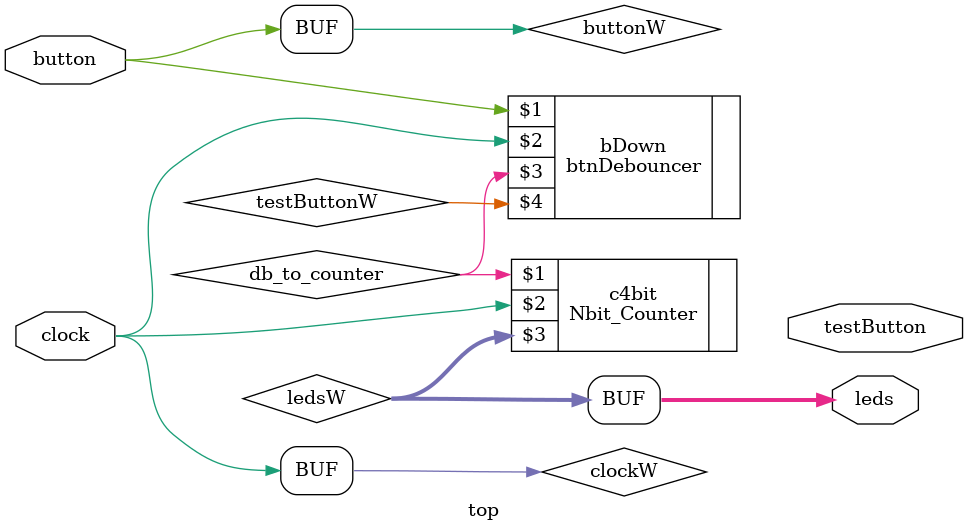
<source format=v>
`timescale 1ns / 1ps
module top(
	input button,
	input clock,
	output testButton,
	output [5:0]leds
    );

	parameter N = 6;

	wire buttonW;			assign buttonW = button;
	wire clockW;			assign clockW = clock;
	wire testButtonW;
	wire db_to_counter;		
	wire [N-1:0] ledsW;		assign leds = ledsW;

//	module btnDebouncer(	input button,	input clock,	output reg btnPressed,	output testButton);
	btnDebouncer bDown(		buttonW, 		clockW,			db_to_counter, 			testButtonW);


//	module NbitCounter #(parameter N = 1)(	input buttonReg,	input clock,	output[N-1:0] counter );
	Nbit_Counter #(.N(N)) c4bit(			db_to_counter, 		clock, 			ledsW); 

//  Output Assignments
	assign leds[N-1:0] = ledsW;




endmodule

</source>
